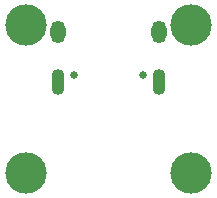
<source format=gbr>
%TF.GenerationSoftware,KiCad,Pcbnew,(5.99.0-13123-g97e9348ee1)*%
%TF.CreationDate,2021-12-06T14:29:08+03:00*%
%TF.ProjectId,Daughterboard,44617567-6874-4657-9262-6f6172642e6b,rev?*%
%TF.SameCoordinates,Original*%
%TF.FileFunction,Soldermask,Bot*%
%TF.FilePolarity,Negative*%
%FSLAX46Y46*%
G04 Gerber Fmt 4.6, Leading zero omitted, Abs format (unit mm)*
G04 Created by KiCad (PCBNEW (5.99.0-13123-g97e9348ee1)) date 2021-12-06 14:29:08*
%MOMM*%
%LPD*%
G01*
G04 APERTURE LIST*
%ADD10C,0.650000*%
%ADD11O,1.100000X2.200000*%
%ADD12O,1.300000X1.900000*%
%ADD13C,3.500000*%
G04 APERTURE END LIST*
D10*
%TO.C,J1*%
X93110000Y-62749000D03*
X98890000Y-62749000D03*
D11*
X91700000Y-63300000D03*
X100300000Y-63300000D03*
D12*
X91700000Y-59100000D03*
X100300000Y-59100000D03*
%TD*%
D13*
%TO.C,J3*%
X103000000Y-58500000D03*
%TD*%
%TO.C,J4*%
X103000000Y-71000000D03*
%TD*%
%TO.C,J5*%
X89000000Y-71000000D03*
%TD*%
%TO.C,J6*%
X89000000Y-58500000D03*
%TD*%
M02*

</source>
